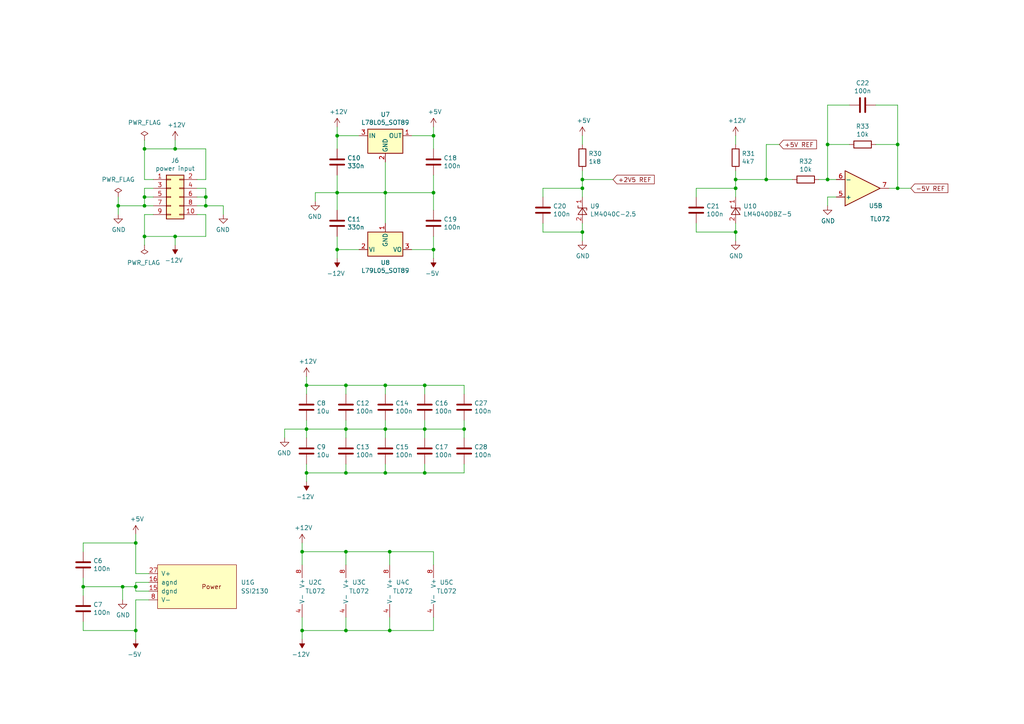
<source format=kicad_sch>
(kicad_sch (version 20211123) (generator eeschema)
  (paper "A4")
  (title_block (title "SSI2130 VCO") (date "2022-06-04") (rev "0") (comment 1 "creativecommons.org/licenses/by/4.0/") (comment 2 "License: CC by 4.0") (comment 3 "Author: Jordan Aceto"))
  (lib_symbols
    (symbol "Amplifier_Operational:TL072" (pin_names (offset 0.127))
      (property "Reference" "U" (at 0 5.08 0))
      (property "Value" "TL072" (at 0 -5.08 0))
      (symbol "TL072_1_1"
        (polyline (pts (xy -5.08 5.08) (xy 5.08 0) (xy -5.08 -5.08) (xy -5.08 5.08)) (stroke (width 0.254)) (fill (type background)))
        (pin output line (at 7.62 0 180) (length 2.54) (name "~") (number "1"))
        (pin input line (at -7.62 -2.54 0) (length 2.54) (name "-") (number "2"))
        (pin input line (at -7.62 2.54 0) (length 2.54) (name "+") (number "3"))
      )
      (symbol "TL072_2_1"
        (polyline (pts (xy -5.08 5.08) (xy 5.08 0) (xy -5.08 -5.08) (xy -5.08 5.08)) (stroke (width 0.254)) (fill (type background)))
        (pin input line (at -7.62 2.54 0) (length 2.54) (name "+") (number "5"))
        (pin input line (at -7.62 -2.54 0) (length 2.54) (name "-") (number "6"))
        (pin output line (at 7.62 0 180) (length 2.54) (name "~") (number "7"))
      )
      (symbol "TL072_3_1"
        (pin power_in line (at -2.54 -7.62 90) (length 3.81) (name "V-") (number "4"))
        (pin power_in line (at -2.54 7.62 270) (length 3.81) (name "V+") (number "8"))
      )
    )
    (symbol "Connector_Generic:Conn_02x05_Odd_Even" (pin_names (offset 1.016) hide)
      (property "Reference" "J" (at 1.27 7.62 0))
      (property "Value" "Conn_02x05_Odd_Even" (at 1.27 -7.62 0))
      (symbol "Conn_02x05_Odd_Even_1_1"
        (rectangle (start -1.27 -4.953) (end 0 -5.207) (stroke (width 0.1524)))
        (rectangle (start -1.27 -2.413) (end 0 -2.667) (stroke (width 0.1524)))
        (rectangle (start -1.27 0.127) (end 0 -0.127) (stroke (width 0.1524)))
        (rectangle (start -1.27 2.667) (end 0 2.413) (stroke (width 0.1524)))
        (rectangle (start -1.27 5.207) (end 0 4.953) (stroke (width 0.1524)))
        (rectangle (start -1.27 6.35) (end 3.81 -6.35) (stroke (width 0.254)) (fill (type background)))
        (rectangle (start 3.81 -4.953) (end 2.54 -5.207) (stroke (width 0.1524)))
        (rectangle (start 3.81 -2.413) (end 2.54 -2.667) (stroke (width 0.1524)))
        (rectangle (start 3.81 0.127) (end 2.54 -0.127) (stroke (width 0.1524)))
        (rectangle (start 3.81 2.667) (end 2.54 2.413) (stroke (width 0.1524)))
        (rectangle (start 3.81 5.207) (end 2.54 4.953) (stroke (width 0.1524)))
        (pin passive line (at -5.08 5.08 0) (length 3.81) (name "Pin_1") (number "1"))
        (pin passive line (at 7.62 -5.08 180) (length 3.81) (name "Pin_10") (number "10"))
        (pin passive line (at 7.62 5.08 180) (length 3.81) (name "Pin_2") (number "2"))
        (pin passive line (at -5.08 2.54 0) (length 3.81) (name "Pin_3") (number "3"))
        (pin passive line (at 7.62 2.54 180) (length 3.81) (name "Pin_4") (number "4"))
        (pin passive line (at -5.08 0 0) (length 3.81) (name "Pin_5") (number "5"))
        (pin passive line (at 7.62 0 180) (length 3.81) (name "Pin_6") (number "6"))
        (pin passive line (at -5.08 -2.54 0) (length 3.81) (name "Pin_7") (number "7"))
        (pin passive line (at 7.62 -2.54 180) (length 3.81) (name "Pin_8") (number "8"))
        (pin passive line (at -5.08 -5.08 0) (length 3.81) (name "Pin_9") (number "9"))
      )
    )
    (symbol "Device:C" (pin_numbers hide) (pin_names (offset 0.254))
      (property "Reference" "C" (at 0.635 2.54 0))
      (property "Value" "C" (at 0.635 -2.54 0))
      (symbol "C_0_1"
        (polyline (pts (xy -2.032 -0.762) (xy 2.032 -0.762)) (stroke (width 0.508)))
        (polyline (pts (xy -2.032 0.762) (xy 2.032 0.762)) (stroke (width 0.508)))
      )
      (symbol "C_1_1"
        (pin passive line (at 0 3.81 270) (length 2.794) (name "~") (number "1"))
        (pin passive line (at 0 -3.81 90) (length 2.794) (name "~") (number "2"))
      )
    )
    (symbol "Device:R" (pin_numbers hide) (pin_names (offset 0))
      (property "Reference" "R" (at 2.032 0 90))
      (property "Value" "R" (at 0 0 90))
      (symbol "R_0_1"
        (rectangle (start -1.016 -2.54) (end 1.016 2.54) (stroke (width 0.254)))
      )
      (symbol "R_1_1"
        (pin passive line (at 0 3.81 270) (length 1.27) (name "~") (number "1"))
        (pin passive line (at 0 -3.81 90) (length 1.27) (name "~") (number "2"))
      )
    )
    (symbol "Reference_Voltage:LM4040DBZ-2.5" (pin_names (offset 0.0254) hide)
      (property "Reference" "U" (at 0 2.54 0))
      (property "Value" "LM4040DBZ-2.5" (at 0 -3.175 0))
      (symbol "LM4040DBZ-2.5_0_1"
        (polyline (pts (xy -1.27 0) (xy 0 0) (xy 1.27 0)))
        (polyline (pts (xy -1.27 -1.27) (xy 0.635 0) (xy -1.27 1.27) (xy -1.27 -1.27)) (stroke (width 0.2032)))
        (polyline (pts (xy 0 -1.27) (xy 0.635 -1.27) (xy 0.635 1.27) (xy 1.27 1.27)) (stroke (width 0.2032)))
      )
      (symbol "LM4040DBZ-2.5_1_1"
        (pin passive line (at 3.81 0 180) (length 2.54) (name "K") (number "1"))
        (pin passive line (at -3.81 0 0) (length 2.54) (name "A") (number "2"))
      )
    )
    (symbol "Reference_Voltage:LM4040DBZ-5" (pin_names (offset 0.0254) hide)
      (property "Reference" "U" (at 0 2.54 0))
      (property "Value" "LM4040DBZ-5" (at 0 -3.175 0))
      (symbol "LM4040DBZ-5_0_1"
        (polyline (pts (xy -1.27 0) (xy 0 0) (xy 1.27 0)))
        (polyline (pts (xy -1.27 -1.27) (xy 0.635 0) (xy -1.27 1.27) (xy -1.27 -1.27)) (stroke (width 0.2032)))
        (polyline (pts (xy 0 -1.27) (xy 0.635 -1.27) (xy 0.635 1.27) (xy 1.27 1.27)) (stroke (width 0.2032)))
      )
      (symbol "LM4040DBZ-5_1_1"
        (pin passive line (at 3.81 0 180) (length 2.54) (name "K") (number "1"))
        (pin passive line (at -3.81 0 0) (length 2.54) (name "A") (number "2"))
      )
    )
    (symbol "Regulator_Linear:L78L05_SOT89" (pin_names (offset 0.254))
      (property "Reference" "U" (at -3.81 3.175 0))
      (property "Value" "L78L05_SOT89" (at -0.635 3.175 0))
      (symbol "L78L05_SOT89_0_1"
        (rectangle (start -5.08 1.905) (end 5.08 -5.08) (stroke (width 0.254)) (fill (type background)))
      )
      (symbol "L78L05_SOT89_1_1"
        (pin power_out line (at 7.62 0 180) (length 2.54) (name "OUT") (number "1"))
        (pin power_in line (at 0 -7.62 90) (length 2.54) (name "GND") (number "2"))
        (pin power_in line (at -7.62 0 0) (length 2.54) (name "IN") (number "3"))
      )
    )
    (symbol "Regulator_Linear:L79L05_SOT89" (pin_names (offset 0.254))
      (property "Reference" "U" (at -3.81 -3.175 0))
      (property "Value" "L79L05_SOT89" (at 0 -3.175 0))
      (symbol "L79L05_SOT89_0_1"
        (rectangle (start -5.08 5.08) (end 5.08 -1.905) (stroke (width 0.254)) (fill (type background)))
      )
      (symbol "L79L05_SOT89_1_1"
        (pin power_in line (at 0 7.62 270) (length 2.54) (name "GND") (number "1"))
        (pin power_in line (at -7.62 0 0) (length 2.54) (name "VI") (number "2"))
        (pin power_out line (at 7.62 0 180) (length 2.54) (name "VO") (number "3"))
      )
    )
    (symbol "custom_symbols:SSI2130" (pin_names (offset 1.016))
      (property "Reference" "U" (at 10.16 -13.97 0))
      (property "Value" "SSI2130" (at 10.16 -16.51 0))
      (symbol "SSI2130_1_0"
        (polyline (pts (xy -16.51 11.43) (xy -16.51 -13.97) (xy 15.24 -13.97) (xy 15.24 11.43) (xy 6.35 11.43) (xy -16.51 11.43)) (fill (type background)))
        (text "Generator" (at 3.81 -8.89 0) (effects (font (size 1.27 1.27)) (justify left)))
        (text "Triangle" (at 3.81 -6.35 0) (effects (font (size 1.27 1.27)) (justify left)))
      )
      (symbol "SSI2130_1_1"
        (pin output line (at 17.78 2.54 180) (length 2.54) (name "tri_out") (number "1"))
        (pin input line (at -19.05 -11.43 0) (length 2.54) (name "tcap") (number "14"))
        (pin input line (at -19.05 -1.27 0) (length 2.54) (name "hard_sync") (number "17"))
        (pin input line (at -19.05 -6.35 0) (length 2.54) (name "time_rev") (number "18"))
        (pin input line (at -19.05 3.81 0) (length 2.54) (name "soft_sync") (number "19"))
        (pin input line (at 0 -16.51 90) (length 2.54) (name "hft_base") (number "20"))
        (pin input line (at -19.05 8.89 0) (length 2.54) (name "lin_freq") (number "21"))
        (pin input line (at 0 13.97 270) (length 2.54) (name "vref") (number "23"))
        (pin output line (at 17.78 -2.54 180) (length 2.54) (name "square_out") (number "28"))
        (pin input line (at -3.81 -16.51 90) (length 2.54) (name "hf_track") (number "6"))
      )
      (symbol "SSI2130_2_1"
        (polyline (pts (xy -11.43 0) (xy -11.43 7.62) (xy 12.7 7.62) (xy 12.7 -8.89) (xy -11.43 -8.89) (xy -11.43 0)) (fill (type background)))
        (text "Saw" (at 1.27 -3.81 0) (effects (font (size 1.27 1.27)) (justify left)))
        (text "Shaper" (at 1.27 -6.35 0) (effects (font (size 1.27 1.27)) (justify left)))
        (pin output line (at 15.24 0 180) (length 2.54) (name "saw_out") (number "29"))
      )
      (symbol "SSI2130_3_1"
        (polyline (pts (xy 12.7 7.62) (xy -11.43 7.62) (xy -11.43 -8.89) (xy 12.7 -8.89) (xy 12.7 7.62)) (fill (type background)))
        (text "Pulse" (at 1.27 -3.81 0) (effects (font (size 1.27 1.27)) (justify left)))
        (text "Shaper" (at 1.27 -6.35 0) (effects (font (size 1.27 1.27)) (justify left)))
        (pin output line (at 15.24 0 180) (length 2.54) (name "pulse_out") (number "30"))
        (pin input line (at -13.97 3.81 0) (length 2.54) (name "pwm_in_-") (number "31"))
        (pin input line (at -13.97 -5.08 0) (length 2.54) (name "pwm_in_+") (number "32"))
      )
      (symbol "SSI2130_4_1"
        (polyline (pts (xy -11.43 6.35) (xy -11.43 -6.35) (xy 11.43 -6.35) (xy 11.43 6.35) (xy -11.43 6.35)) (fill (type background)))
        (text "Analog" (at 1.27 1.27 0) (effects (font (size 1.27 1.27)) (justify left)))
        (text "Multiplier" (at 1.27 -1.27 0) (effects (font (size 1.27 1.27)) (justify left)))
        (pin input line (at -13.97 3.81 0) (length 2.54) (name "expo_scale") (number "22"))
        (pin input line (at -13.97 -3.81 0) (length 2.54) (name "bw_comp") (number "26"))
        (pin input line (at -13.97 0 0) (length 2.54) (name "expo_freq") (number "7"))
      )
      (symbol "SSI2130_5_1"
        (polyline (pts (xy -11.43 7.62) (xy -11.43 -8.89) (xy 12.7 -8.89) (xy 12.7 7.62) (xy -11.43 7.62)) (fill (type background)))
        (text "Shaper" (at 1.27 -6.35 0) (effects (font (size 1.27 1.27)) (justify left)))
        (text "Sine" (at 1.27 -3.81 0) (effects (font (size 1.27 1.27)) (justify left)))
        (pin input line (at -13.97 -5.08 0) (length 2.54) (name "sine_in_+") (number "2"))
        (pin output line (at 15.24 0 180) (length 2.54) (name "sine_out") (number "24"))
        (pin input line (at -13.97 3.81 0) (length 2.54) (name "sine_in_-") (number "3"))
      )
      (symbol "SSI2130_6_1"
        (polyline (pts (xy 11.43 -11.43) (xy -11.43 -11.43) (xy -11.43 10.16) (xy -11.43 17.78) (xy 11.43 17.78) (xy 11.43 -11.43)) (fill (type background)))
        (text "Mixer" (at 3.81 -7.62 0) (effects (font (size 1.27 1.27)) (justify left)))
        (pin input line (at -13.97 -5.08 0) (length 2.54) (name "saw_mix") (number "10"))
        (pin input line (at -13.97 -1.27 0) (length 2.54) (name "pulse_mix") (number "11"))
        (pin input line (at -13.97 6.35 0) (length 2.54) (name "aux_1_mix") (number "12"))
        (pin input line (at -13.97 2.54 0) (length 2.54) (name "aux_2_mix") (number "13"))
        (pin output line (at 13.97 3.81 180) (length 2.54) (name "mix_out") (number "25"))
        (pin input line (at -13.97 15.24 0) (length 2.54) (name "aux_in_1") (number "4"))
        (pin input line (at -13.97 11.43 0) (length 2.54) (name "aux_in_2") (number "5"))
        (pin input line (at -13.97 -8.89 0) (length 2.54) (name "tri_mix") (number "9"))
      )
      (symbol "SSI2130_7_1"
        (polyline (pts (xy -11.43 6.35) (xy -11.43 -6.35) (xy 11.43 -6.35) (xy 11.43 6.35) (xy -11.43 6.35)) (fill (type background)))
        (text "Power" (at 1.27 0 0) (effects (font (size 1.27 1.27)) (justify left)))
        (pin power_in line (at -13.97 -1.27 0) (length 2.54) (name "dgnd") (number "15"))
        (pin power_in line (at -13.97 1.27 0) (length 2.54) (name "agnd") (number "16"))
        (pin power_in line (at -13.97 3.81 0) (length 2.54) (name "V+") (number "27"))
        (pin power_in line (at -13.97 -3.81 0) (length 2.54) (name "V-") (number "8"))
      )
    )
    (symbol "power:+12V" (power) (pin_names (offset 0))
      (property "Value" "+12V" (at 0 3.556 0))
      (symbol "+12V_0_1"
        (polyline (pts (xy -0.762 1.27) (xy 0 2.54)))
        (polyline (pts (xy 0 0) (xy 0 2.54)))
        (polyline (pts (xy 0 2.54) (xy 0.762 1.27)))
      )
      (symbol "+12V_1_1"
        (pin power_in line (at 0 0 90) (length 0) hide (name "+12V") (number "1"))
      )
    )
    (symbol "power:+5V" (power) (pin_names (offset 0))
      (property "Value" "+5V" (at 0 3.556 0))
      (symbol "+5V_0_1"
        (polyline (pts (xy -0.762 1.27) (xy 0 2.54)))
        (polyline (pts (xy 0 0) (xy 0 2.54)))
        (polyline (pts (xy 0 2.54) (xy 0.762 1.27)))
      )
      (symbol "+5V_1_1"
        (pin power_in line (at 0 0 90) (length 0) hide (name "+5V") (number "1"))
      )
    )
    (symbol "power:-12V" (power) (pin_names (offset 0))
      (property "Value" "-12V" (at 0 3.81 0))
      (symbol "-12V_0_0"
        (pin power_in line (at 0 0 90) (length 0) hide (name "-12V") (number "1"))
      )
      (symbol "-12V_0_1"
        (polyline (pts (xy 0 0) (xy 0 1.27) (xy 0.762 1.27) (xy 0 2.54) (xy -0.762 1.27) (xy 0 1.27)) (fill (type outline)))
      )
    )
    (symbol "power:-5V" (power) (pin_names (offset 0))
      (property "Value" "-5V" (at 0 3.81 0))
      (symbol "-5V_0_0"
        (pin power_in line (at 0 0 90) (length 0) hide (name "-5V") (number "1"))
      )
      (symbol "-5V_0_1"
        (polyline (pts (xy 0 0) (xy 0 1.27) (xy 0.762 1.27) (xy 0 2.54) (xy -0.762 1.27) (xy 0 1.27)) (fill (type outline)))
      )
    )
    (symbol "power:GND" (power) (pin_names (offset 0))
      (property "Value" "GND" (at 0 -3.81 0))
      (symbol "GND_0_1"
        (polyline (pts (xy 0 0) (xy 0 -1.27) (xy 1.27 -1.27) (xy 0 -2.54) (xy -1.27 -1.27) (xy 0 -1.27)))
      )
      (symbol "GND_1_1"
        (pin power_in line (at 0 0 270) (length 0) hide (name "GND") (number "1"))
      )
    )
    (symbol "power:PWR_FLAG" (power) (pin_numbers hide) (pin_names (offset 0) hide)
      (property "Value" "PWR_FLAG" (at 0 3.81 0))
      (symbol "PWR_FLAG_0_0"
        (pin power_out line (at 0 0 90) (length 0) (name "pwr") (number "1"))
      )
      (symbol "PWR_FLAG_0_1"
        (polyline (pts (xy 0 0) (xy 0 1.27) (xy -1.016 1.905) (xy 0 2.54) (xy 1.016 1.905) (xy 0 1.27)))
      )
    )
  )
  (junction (at 168.91 54.61))
  (junction (at 125.73 39.37))
  (junction (at 113.03 160.02))
  (junction (at 97.79 72.39))
  (junction (at 41.91 68.58))
  (junction (at 125.73 72.39))
  (junction (at 41.91 59.69))
  (junction (at 97.79 55.88))
  (junction (at 24.13 170.18))
  (junction (at 35.56 170.18))
  (junction (at 168.91 52.07))
  (junction (at 213.36 52.07))
  (junction (at 100.33 111.76))
  (junction (at 39.37 182.88))
  (junction (at 123.19 111.76))
  (junction (at 100.33 124.46))
  (junction (at 100.33 137.16))
  (junction (at 88.9 111.76))
  (junction (at 50.8 68.58))
  (junction (at 213.36 67.31))
  (junction (at 123.19 124.46))
  (junction (at 50.8 43.18))
  (junction (at 41.91 57.15))
  (junction (at 260.35 54.61))
  (junction (at 240.03 52.07))
  (junction (at 87.63 182.88))
  (junction (at 240.03 41.91))
  (junction (at 100.33 160.02))
  (junction (at 88.9 137.16))
  (junction (at 100.33 182.88))
  (junction (at 88.9 124.46))
  (junction (at 125.73 55.88))
  (junction (at 41.91 43.18))
  (junction (at 39.37 170.18))
  (junction (at 113.03 182.88))
  (junction (at 222.25 52.07))
  (junction (at 39.37 157.48))
  (junction (at 87.63 160.02))
  (junction (at 168.91 67.31))
  (junction (at 134.62 124.46))
  (junction (at 111.76 124.46))
  (junction (at 59.69 57.15))
  (junction (at 111.76 137.16))
  (junction (at 111.76 55.88))
  (junction (at 34.29 59.69))
  (junction (at 123.19 137.16))
  (junction (at 97.79 39.37))
  (junction (at 59.69 59.69))
  (junction (at 111.76 111.76))
  (junction (at 260.35 41.91))
  (junction (at 213.36 54.61))
  (wire (pts (xy 59.69 59.69) (xy 59.69 57.15)))
  (wire (pts (xy 82.55 124.46) (xy 88.9 124.46)))
  (wire (pts (xy 222.25 52.07) (xy 229.87 52.07)))
  (wire (pts (xy 88.9 134.62) (xy 88.9 137.16)))
  (wire (pts (xy 246.38 41.91) (xy 240.03 41.91)))
  (wire (pts (xy 123.19 114.3) (xy 123.19 111.76)))
  (wire (pts (xy 254 41.91) (xy 260.35 41.91)))
  (wire (pts (xy 125.73 68.58) (xy 125.73 72.39)))
  (wire (pts (xy 41.91 40.64) (xy 41.91 43.18)))
  (wire (pts (xy 87.63 182.88) (xy 87.63 179.07)))
  (wire (pts (xy 24.13 180.34) (xy 24.13 182.88)))
  (wire (pts (xy 39.37 170.18) (xy 39.37 168.91)))
  (wire (pts (xy 100.33 182.88) (xy 87.63 182.88)))
  (wire (pts (xy 201.93 54.61) (xy 213.36 54.61)))
  (wire (pts (xy 100.33 121.92) (xy 100.33 124.46)))
  (wire (pts (xy 201.93 67.31) (xy 213.36 67.31)))
  (wire (pts (xy 123.19 137.16) (xy 134.62 137.16)))
  (wire (pts (xy 111.76 114.3) (xy 111.76 111.76)))
  (wire (pts (xy 168.91 69.85) (xy 168.91 67.31)))
  (wire (pts (xy 44.45 52.07) (xy 41.91 52.07)))
  (wire (pts (xy 97.79 36.83) (xy 97.79 39.37)))
  (wire (pts (xy 125.73 39.37) (xy 125.73 43.18)))
  (wire (pts (xy 213.36 64.77) (xy 213.36 67.31)))
  (wire (pts (xy 59.69 43.18) (xy 59.69 52.07)))
  (wire (pts (xy 111.76 64.77) (xy 111.76 55.88)))
  (wire (pts (xy 240.03 30.48) (xy 246.38 30.48)))
  (wire (pts (xy 168.91 67.31) (xy 168.91 64.77)))
  (wire (pts (xy 240.03 41.91) (xy 240.03 30.48)))
  (wire (pts (xy 260.35 30.48) (xy 260.35 41.91)))
  (wire (pts (xy 134.62 124.46) (xy 134.62 121.92)))
  (wire (pts (xy 125.73 160.02) (xy 125.73 163.83)))
  (wire (pts (xy 88.9 114.3) (xy 88.9 111.76)))
  (wire (pts (xy 111.76 134.62) (xy 111.76 137.16)))
  (wire (pts (xy 39.37 166.37) (xy 43.18 166.37)))
  (wire (pts (xy 260.35 30.48) (xy 254 30.48)))
  (wire (pts (xy 157.48 54.61) (xy 168.91 54.61)))
  (wire (pts (xy 24.13 167.64) (xy 24.13 170.18)))
  (wire (pts (xy 157.48 57.15) (xy 157.48 54.61)))
  (wire (pts (xy 168.91 57.15) (xy 168.91 54.61)))
  (wire (pts (xy 157.48 67.31) (xy 168.91 67.31)))
  (wire (pts (xy 134.62 127) (xy 134.62 124.46)))
  (wire (pts (xy 113.03 182.88) (xy 100.33 182.88)))
  (wire (pts (xy 97.79 72.39) (xy 97.79 68.58)))
  (wire (pts (xy 111.76 46.99) (xy 111.76 55.88)))
  (wire (pts (xy 82.55 127) (xy 82.55 124.46)))
  (wire (pts (xy 222.25 41.91) (xy 222.25 52.07)))
  (wire (pts (xy 260.35 41.91) (xy 260.35 54.61)))
  (wire (pts (xy 100.33 163.83) (xy 100.33 160.02)))
  (wire (pts (xy 41.91 68.58) (xy 41.91 62.23)))
  (wire (pts (xy 87.63 185.42) (xy 87.63 182.88)))
  (wire (pts (xy 88.9 139.7) (xy 88.9 137.16)))
  (wire (pts (xy 24.13 157.48) (xy 39.37 157.48)))
  (wire (pts (xy 88.9 124.46) (xy 88.9 127)))
  (wire (pts (xy 24.13 170.18) (xy 24.13 172.72)))
  (wire (pts (xy 34.29 62.23) (xy 34.29 59.69)))
  (wire (pts (xy 104.14 39.37) (xy 97.79 39.37)))
  (wire (pts (xy 119.38 72.39) (xy 125.73 72.39)))
  (wire (pts (xy 64.77 62.23) (xy 64.77 59.69)))
  (wire (pts (xy 41.91 54.61) (xy 44.45 54.61)))
  (wire (pts (xy 213.36 67.31) (xy 213.36 69.85)))
  (wire (pts (xy 57.15 59.69) (xy 59.69 59.69)))
  (wire (pts (xy 134.62 114.3) (xy 134.62 111.76)))
  (wire (pts (xy 100.33 124.46) (xy 111.76 124.46)))
  (wire (pts (xy 39.37 182.88) (xy 39.37 173.99)))
  (wire (pts (xy 39.37 185.42) (xy 39.37 182.88)))
  (wire (pts (xy 41.91 59.69) (xy 41.91 57.15)))
  (wire (pts (xy 64.77 59.69) (xy 59.69 59.69)))
  (wire (pts (xy 100.33 114.3) (xy 100.33 111.76)))
  (wire (pts (xy 88.9 137.16) (xy 100.33 137.16)))
  (wire (pts (xy 87.63 160.02) (xy 100.33 160.02)))
  (wire (pts (xy 240.03 57.15) (xy 242.57 57.15)))
  (wire (pts (xy 44.45 57.15) (xy 41.91 57.15)))
  (wire (pts (xy 34.29 59.69) (xy 41.91 59.69)))
  (wire (pts (xy 213.36 54.61) (xy 213.36 52.07)))
  (wire (pts (xy 125.73 60.96) (xy 125.73 55.88)))
  (wire (pts (xy 168.91 52.07) (xy 168.91 49.53)))
  (wire (pts (xy 125.73 39.37) (xy 119.38 39.37)))
  (wire (pts (xy 168.91 52.07) (xy 177.8 52.07)))
  (wire (pts (xy 50.8 40.64) (xy 50.8 43.18)))
  (wire (pts (xy 242.57 52.07) (xy 240.03 52.07)))
  (wire (pts (xy 113.03 160.02) (xy 125.73 160.02)))
  (wire (pts (xy 226.06 41.91) (xy 222.25 41.91)))
  (wire (pts (xy 125.73 182.88) (xy 113.03 182.88)))
  (wire (pts (xy 213.36 52.07) (xy 213.36 49.53)))
  (wire (pts (xy 113.03 179.07) (xy 113.03 182.88)))
  (wire (pts (xy 123.19 124.46) (xy 134.62 124.46)))
  (wire (pts (xy 125.73 179.07) (xy 125.73 182.88)))
  (wire (pts (xy 100.33 179.07) (xy 100.33 182.88)))
  (wire (pts (xy 41.91 57.15) (xy 41.91 54.61)))
  (wire (pts (xy 134.62 137.16) (xy 134.62 134.62)))
  (wire (pts (xy 201.93 64.77) (xy 201.93 67.31)))
  (wire (pts (xy 43.18 171.45) (xy 39.37 171.45)))
  (wire (pts (xy 123.19 124.46) (xy 123.19 121.92)))
  (wire (pts (xy 50.8 68.58) (xy 41.91 68.58)))
  (wire (pts (xy 240.03 52.07) (xy 237.49 52.07)))
  (wire (pts (xy 100.33 111.76) (xy 111.76 111.76)))
  (wire (pts (xy 97.79 74.93) (xy 97.79 72.39)))
  (wire (pts (xy 104.14 72.39) (xy 97.79 72.39)))
  (wire (pts (xy 100.33 137.16) (xy 111.76 137.16)))
  (wire (pts (xy 240.03 59.69) (xy 240.03 57.15)))
  (wire (pts (xy 41.91 71.12) (xy 41.91 68.58)))
  (wire (pts (xy 59.69 57.15) (xy 59.69 54.61)))
  (wire (pts (xy 24.13 182.88) (xy 39.37 182.88)))
  (wire (pts (xy 57.15 62.23) (xy 59.69 62.23)))
  (wire (pts (xy 111.76 124.46) (xy 111.76 127)))
  (wire (pts (xy 97.79 39.37) (xy 97.79 43.18)))
  (wire (pts (xy 39.37 170.18) (xy 35.56 170.18)))
  (wire (pts (xy 88.9 109.22) (xy 88.9 111.76)))
  (wire (pts (xy 39.37 171.45) (xy 39.37 170.18)))
  (wire (pts (xy 39.37 168.91) (xy 43.18 168.91)))
  (wire (pts (xy 41.91 43.18) (xy 50.8 43.18)))
  (wire (pts (xy 97.79 55.88) (xy 111.76 55.88)))
  (wire (pts (xy 123.19 127) (xy 123.19 124.46)))
  (wire (pts (xy 91.44 58.42) (xy 91.44 55.88)))
  (wire (pts (xy 100.33 160.02) (xy 113.03 160.02)))
  (wire (pts (xy 41.91 62.23) (xy 44.45 62.23)))
  (wire (pts (xy 87.63 163.83) (xy 87.63 160.02)))
  (wire (pts (xy 111.76 124.46) (xy 123.19 124.46)))
  (wire (pts (xy 123.19 137.16) (xy 123.19 134.62)))
  (wire (pts (xy 88.9 121.92) (xy 88.9 124.46)))
  (wire (pts (xy 111.76 111.76) (xy 123.19 111.76)))
  (wire (pts (xy 35.56 170.18) (xy 24.13 170.18)))
  (wire (pts (xy 87.63 157.48) (xy 87.63 160.02)))
  (wire (pts (xy 57.15 57.15) (xy 59.69 57.15)))
  (wire (pts (xy 113.03 163.83) (xy 113.03 160.02)))
  (wire (pts (xy 168.91 39.37) (xy 168.91 41.91)))
  (wire (pts (xy 213.36 41.91) (xy 213.36 39.37)))
  (wire (pts (xy 123.19 111.76) (xy 134.62 111.76)))
  (wire (pts (xy 35.56 170.18) (xy 35.56 173.99)))
  (wire (pts (xy 44.45 59.69) (xy 41.91 59.69)))
  (wire (pts (xy 59.69 62.23) (xy 59.69 68.58)))
  (wire (pts (xy 88.9 124.46) (xy 100.33 124.46)))
  (wire (pts (xy 111.76 124.46) (xy 111.76 121.92)))
  (wire (pts (xy 88.9 111.76) (xy 100.33 111.76)))
  (wire (pts (xy 125.73 74.93) (xy 125.73 72.39)))
  (wire (pts (xy 91.44 55.88) (xy 97.79 55.88)))
  (wire (pts (xy 59.69 54.61) (xy 57.15 54.61)))
  (wire (pts (xy 240.03 52.07) (xy 240.03 41.91)))
  (wire (pts (xy 260.35 54.61) (xy 264.16 54.61)))
  (wire (pts (xy 50.8 71.12) (xy 50.8 68.58)))
  (wire (pts (xy 97.79 55.88) (xy 97.79 60.96)))
  (wire (pts (xy 34.29 57.15) (xy 34.29 59.69)))
  (wire (pts (xy 125.73 55.88) (xy 125.73 50.8)))
  (wire (pts (xy 168.91 54.61) (xy 168.91 52.07)))
  (wire (pts (xy 213.36 52.07) (xy 222.25 52.07)))
  (wire (pts (xy 125.73 36.83) (xy 125.73 39.37)))
  (wire (pts (xy 39.37 173.99) (xy 43.18 173.99)))
  (wire (pts (xy 59.69 52.07) (xy 57.15 52.07)))
  (wire (pts (xy 111.76 55.88) (xy 125.73 55.88)))
  (wire (pts (xy 100.33 124.46) (xy 100.33 127)))
  (wire (pts (xy 257.81 54.61) (xy 260.35 54.61)))
  (wire (pts (xy 213.36 57.15) (xy 213.36 54.61)))
  (wire (pts (xy 39.37 157.48) (xy 39.37 166.37)))
  (wire (pts (xy 111.76 137.16) (xy 123.19 137.16)))
  (wire (pts (xy 157.48 64.77) (xy 157.48 67.31)))
  (wire (pts (xy 39.37 154.94) (xy 39.37 157.48)))
  (wire (pts (xy 59.69 68.58) (xy 50.8 68.58)))
  (wire (pts (xy 201.93 57.15) (xy 201.93 54.61)))
  (wire (pts (xy 100.33 134.62) (xy 100.33 137.16)))
  (wire (pts (xy 50.8 43.18) (xy 59.69 43.18)))
  (wire (pts (xy 24.13 160.02) (xy 24.13 157.48)))
  (wire (pts (xy 41.91 52.07) (xy 41.91 43.18)))
  (wire (pts (xy 97.79 50.8) (xy 97.79 55.88)))
  (global_label "+5V REF" (shape input) (at 226.06 41.91 0) (property "Intersheet References" "${INTERSHEET_REFS}" (effects hide)))
  (global_label "-5V REF" (shape input) (at 264.16 54.61 0) (property "Intersheet References" "${INTERSHEET_REFS}" (effects hide)))
  (global_label "+2V5 REF" (shape input) (at 177.8 52.07 0) (property "Intersheet References" "${INTERSHEET_REFS}" (effects hide)))
  (symbol (lib_id "Device:C") (at 125.73 46.99 0) (unit 1)
    (property "Reference" "C18" (at 128.651 45.8216 0) (effects (justify left)))
    (property "Value" "100n" (at 128.651 48.133 0) (effects (justify left)))
    (property "Footprint" "Capacitor_SMD:C_0805_2012Metric" (effects hide))
  )
  (symbol (lib_id "Device:C") (at 201.93 60.96 0) (unit 1)
    (property "Reference" "C21" (at 204.851 59.7916 0) (effects (justify left)))
    (property "Value" "100n" (at 204.851 62.103 0) (effects (justify left)))
    (property "Footprint" "Capacitor_SMD:C_0805_2012Metric" (effects hide))
  )
  (symbol (lib_id "Amplifier_Operational:TL072") (at 250.19 54.61 0) (mirror x) (unit 2)
    (property "Reference" "U5" (at 254 59.69 0))
    (property "Value" "TL072" (at 255.27 63.5 0))
    (property "Footprint" "Package_SO:SOIC-8_3.9x4.9mm_P1.27mm" (effects hide))
    (property "Datasheet" "http://www.ti.com/lit/ds/symlink/tl071.pdf" (effects hide))
  )
  (symbol (lib_id "Device:R") (at 250.19 41.91 270) (unit 1)
    (property "Reference" "R33" (at 250.19 36.6522 90))
    (property "Value" "10k" (at 250.19 38.9636 90))
    (property "Footprint" "Resistor_SMD:R_0805_2012Metric" (effects hide))
  )
  (symbol (lib_id "Device:R") (at 233.68 52.07 270) (unit 1)
    (property "Reference" "R32" (at 233.68 46.8122 90))
    (property "Value" "10k" (at 233.68 49.1236 90))
    (property "Footprint" "Resistor_SMD:R_0805_2012Metric" (effects hide))
  )
  (symbol (lib_id "Device:C") (at 250.19 30.48 270) (unit 1)
    (property "Reference" "C22" (at 250.19 24.0792 90))
    (property "Value" "100n" (at 250.19 26.3906 90))
    (property "Footprint" "Capacitor_SMD:C_0805_2012Metric" (effects hide))
  )
  (symbol (lib_id "Device:C") (at 134.62 118.11 0) (unit 1)
    (property "Reference" "C27" (at 137.541 116.9416 0) (effects (justify left)))
    (property "Value" "100n" (at 137.541 119.253 0) (effects (justify left)))
    (property "Footprint" "Capacitor_SMD:C_0805_2012Metric" (effects hide))
  )
  (symbol (lib_id "Device:C") (at 134.62 130.81 0) (unit 1)
    (property "Reference" "C28" (at 137.541 129.6416 0) (effects (justify left)))
    (property "Value" "100n" (at 137.541 131.953 0) (effects (justify left)))
    (property "Footprint" "Capacitor_SMD:C_0805_2012Metric" (effects hide))
  )
  (symbol (lib_id "power:GND") (at 240.03 59.69 0) (unit 1)
    (property "Reference" "#PWR052" (effects hide))
    (property "Value" "GND" (at 240.157 64.0842 0))
  )
  (symbol (lib_id "Amplifier_Operational:TL072") (at 85.09 171.45 0) (mirror y) (unit 3)
    (property "Reference" "U2" (at 91.44 168.91 0))
    (property "Value" "TL072" (at 91.44 171.45 0))
    (property "Footprint" "Package_SO:SOIC-8_3.9x4.9mm_P1.27mm" (effects hide))
    (property "Datasheet" "http://www.ti.com/lit/ds/symlink/tl071.pdf" (effects hide))
  )
  (symbol (lib_id "power:-12V") (at 87.63 185.42 180) (unit 1)
    (property "Reference" "#PWR038" (effects hide))
    (property "Value" "-12V" (at 87.249 189.8142 0))
  )
  (symbol (lib_id "power:+12V") (at 87.63 157.48 0) (unit 1)
    (property "Reference" "#PWR037" (effects hide))
    (property "Value" "+12V" (at 88.011 153.0858 0))
  )
  (symbol (lib_id "Amplifier_Operational:TL072") (at 97.79 171.45 0) (mirror y) (unit 3)
    (property "Reference" "U3" (at 104.14 168.91 0))
    (property "Value" "TL072" (at 104.14 171.45 0))
    (property "Footprint" "Package_SO:SOIC-8_3.9x4.9mm_P1.27mm" (effects hide))
    (property "Datasheet" "http://www.ti.com/lit/ds/symlink/tl071.pdf" (effects hide))
  )
  (symbol (lib_id "Amplifier_Operational:TL072") (at 110.49 171.45 0) (mirror y) (unit 3)
    (property "Reference" "U4" (at 116.84 168.91 0))
    (property "Value" "TL072" (at 116.84 171.45 0))
    (property "Footprint" "Package_SO:SOIC-8_3.9x4.9mm_P1.27mm" (effects hide))
    (property "Datasheet" "http://www.ti.com/lit/ds/symlink/tl071.pdf" (effects hide))
  )
  (symbol (lib_id "Amplifier_Operational:TL072") (at 123.19 171.45 0) (mirror y) (unit 3)
    (property "Reference" "U5" (at 129.54 168.91 0))
    (property "Value" "TL072" (at 129.54 171.45 0))
    (property "Footprint" "Package_SO:SOIC-8_3.9x4.9mm_P1.27mm" (effects hide))
    (property "Datasheet" "http://www.ti.com/lit/ds/symlink/tl071.pdf" (effects hide))
  )
  (symbol (lib_id "power:+5V") (at 39.37 154.94 0) (unit 1)
    (property "Reference" "#PWR031" (effects hide))
    (property "Value" "+5V" (at 39.751 150.5458 0))
  )
  (symbol (lib_id "Device:C") (at 24.13 176.53 0) (unit 1)
    (property "Reference" "C7" (at 27.051 175.3616 0) (effects (justify left)))
    (property "Value" "100n" (at 27.051 177.673 0) (effects (justify left)))
    (property "Footprint" "Capacitor_SMD:C_0805_2012Metric" (effects hide))
  )
  (symbol (lib_id "Device:C") (at 24.13 163.83 0) (unit 1)
    (property "Reference" "C6" (at 27.051 162.6616 0) (effects (justify left)))
    (property "Value" "100n" (at 27.051 164.973 0) (effects (justify left)))
    (property "Footprint" "Capacitor_SMD:C_0805_2012Metric" (effects hide))
  )
  (symbol (lib_id "power:GND") (at 35.56 173.99 0) (unit 1)
    (property "Reference" "#PWR030" (effects hide))
    (property "Value" "GND" (at 35.687 178.3842 0))
  )
  (symbol (lib_id "power:-5V") (at 39.37 185.42 180) (unit 1)
    (property "Reference" "#PWR032" (effects hide))
    (property "Value" "-5V" (at 38.989 189.8142 0))
  )
  (symbol (lib_id "Device:C") (at 88.9 118.11 0) (unit 1)
    (property "Reference" "C8" (at 91.821 116.9416 0) (effects (justify left)))
    (property "Value" "10u" (at 91.821 119.253 0) (effects (justify left)))
    (property "Footprint" "Capacitor_SMD:C_0805_2012Metric" (effects hide))
  )
  (symbol (lib_id "Device:C") (at 88.9 130.81 0) (unit 1)
    (property "Reference" "C9" (at 91.821 129.6416 0) (effects (justify left)))
    (property "Value" "10u" (at 91.821 131.953 0) (effects (justify left)))
    (property "Footprint" "Capacitor_SMD:C_0805_2012Metric" (effects hide))
  )
  (symbol (lib_id "power:+12V") (at 88.9 109.22 0) (unit 1)
    (property "Reference" "#PWR039" (effects hide))
    (property "Value" "+12V" (at 89.281 104.8258 0))
  )
  (symbol (lib_id "power:-12V") (at 88.9 139.7 180) (unit 1)
    (property "Reference" "#PWR040" (effects hide))
    (property "Value" "-12V" (at 88.519 144.0942 0))
  )
  (symbol (lib_id "power:GND") (at 82.55 127 0) (mirror y) (unit 1)
    (property "Reference" "#PWR036" (effects hide))
    (property "Value" "GND" (at 82.423 131.3942 0))
  )
  (symbol (lib_id "Device:C") (at 100.33 118.11 0) (unit 1)
    (property "Reference" "C12" (at 103.251 116.9416 0) (effects (justify left)))
    (property "Value" "100n" (at 103.251 119.253 0) (effects (justify left)))
    (property "Footprint" "Capacitor_SMD:C_0805_2012Metric" (effects hide))
  )
  (symbol (lib_id "Device:C") (at 100.33 130.81 0) (unit 1)
    (property "Reference" "C13" (at 103.251 129.6416 0) (effects (justify left)))
    (property "Value" "100n" (at 103.251 131.953 0) (effects (justify left)))
    (property "Footprint" "Capacitor_SMD:C_0805_2012Metric" (effects hide))
  )
  (symbol (lib_id "Device:C") (at 111.76 130.81 0) (unit 1)
    (property "Reference" "C15" (at 114.681 129.6416 0) (effects (justify left)))
    (property "Value" "100n" (at 114.681 131.953 0) (effects (justify left)))
    (property "Footprint" "Capacitor_SMD:C_0805_2012Metric" (effects hide))
  )
  (symbol (lib_id "Device:C") (at 111.76 118.11 0) (unit 1)
    (property "Reference" "C14" (at 114.681 116.9416 0) (effects (justify left)))
    (property "Value" "100n" (at 114.681 119.253 0) (effects (justify left)))
    (property "Footprint" "Capacitor_SMD:C_0805_2012Metric" (effects hide))
  )
  (symbol (lib_id "Device:C") (at 123.19 118.11 0) (unit 1)
    (property "Reference" "C16" (at 126.111 116.9416 0) (effects (justify left)))
    (property "Value" "100n" (at 126.111 119.253 0) (effects (justify left)))
    (property "Footprint" "Capacitor_SMD:C_0805_2012Metric" (effects hide))
  )
  (symbol (lib_id "Device:C") (at 123.19 130.81 0) (unit 1)
    (property "Reference" "C17" (at 126.111 129.6416 0) (effects (justify left)))
    (property "Value" "100n" (at 126.111 131.953 0) (effects (justify left)))
    (property "Footprint" "Capacitor_SMD:C_0805_2012Metric" (effects hide))
  )
  (symbol (lib_id "Connector_Generic:Conn_02x05_Odd_Even") (at 49.53 57.15 0) (unit 1)
    (property "Reference" "J6" (at 50.8 46.5582 0))
    (property "Value" "power input" (at 50.8 48.8696 0))
    (property "Footprint" "Connector_PinHeader_2.54mm:PinHeader_2x05_P2.54mm_Vertical" (effects hide))
  )
  (symbol (lib_id "Regulator_Linear:L78L05_SOT89") (at 111.76 39.37 0) (unit 1)
    (property "Reference" "U7" (at 111.76 33.2232 0))
    (property "Value" "L78L05_SOT89" (at 111.76 35.5346 0))
    (property "Footprint" "Package_TO_SOT_SMD:SOT-89-3" (effects hide))
    (property "Datasheet" "http://www.st.com/content/ccc/resource/technical/document/datasheet/15/55/e5/aa/23/5b/43/fd/CD00000446.pdf/files/CD00000446.pdf/jcr:content/translations/en.CD00000446.pdf" (effects hide))
  )
  (symbol (lib_id "Regulator_Linear:L79L05_SOT89") (at 111.76 72.39 0) (unit 1)
    (property "Reference" "U8" (at 111.76 76.1746 0))
    (property "Value" "L79L05_SOT89" (at 111.76 78.486 0))
    (property "Footprint" "Package_TO_SOT_SMD:SOT-89-3" (effects hide))
    (property "Datasheet" "http://www.farnell.com/datasheets/1827870.pdf" (effects hide))
  )
  (symbol (lib_id "power:+12V") (at 50.8 40.64 0) (unit 1)
    (property "Reference" "#PWR033" (effects hide))
    (property "Value" "+12V" (at 51.181 36.2458 0))
  )
  (symbol (lib_id "power:-12V") (at 50.8 71.12 180) (unit 1)
    (property "Reference" "#PWR034" (effects hide))
    (property "Value" "-12V" (at 50.419 75.5142 0))
  )
  (symbol (lib_id "power:GND") (at 34.29 62.23 0) (unit 1)
    (property "Reference" "#PWR029" (effects hide))
    (property "Value" "GND" (at 34.417 66.6242 0))
  )
  (symbol (lib_id "power:GND") (at 64.77 62.23 0) (mirror y) (unit 1)
    (property "Reference" "#PWR035" (effects hide))
    (property "Value" "GND" (at 64.643 66.6242 0))
  )
  (symbol (lib_id "Device:C") (at 157.48 60.96 0) (unit 1)
    (property "Reference" "C20" (at 160.401 59.7916 0) (effects (justify left)))
    (property "Value" "100n" (at 160.401 62.103 0) (effects (justify left)))
    (property "Footprint" "Capacitor_SMD:C_0805_2012Metric" (effects hide))
  )
  (symbol (lib_id "Device:C") (at 97.79 46.99 0) (unit 1)
    (property "Reference" "C10" (at 100.711 45.8216 0) (effects (justify left)))
    (property "Value" "330n" (at 100.711 48.133 0) (effects (justify left)))
    (property "Footprint" "Capacitor_SMD:C_0805_2012Metric" (effects hide))
  )
  (symbol (lib_id "Device:C") (at 125.73 64.77 0) (unit 1)
    (property "Reference" "C19" (at 128.651 63.6016 0) (effects (justify left)))
    (property "Value" "100n" (at 128.651 65.913 0) (effects (justify left)))
    (property "Footprint" "Capacitor_SMD:C_0805_2012Metric" (effects hide))
  )
  (symbol (lib_id "Device:C") (at 97.79 64.77 0) (unit 1)
    (property "Reference" "C11" (at 100.711 63.6016 0) (effects (justify left)))
    (property "Value" "330n" (at 100.711 65.913 0) (effects (justify left)))
    (property "Footprint" "Capacitor_SMD:C_0805_2012Metric" (effects hide))
  )
  (symbol (lib_id "Reference_Voltage:LM4040DBZ-2.5") (at 168.91 60.96 90) (unit 1)
    (property "Reference" "U9" (at 171.1452 59.7916 90) (effects (justify right)))
    (property "Value" "LM4040C-2.5" (at 171.1452 62.103 90) (effects (justify right)))
    (property "Footprint" "Package_TO_SOT_SMD:SOT-23" (effects hide))
    (property "Datasheet" "http://www.ti.com/lit/ds/symlink/lm4040-n.pdf" (effects hide))
  )
  (symbol (lib_id "Device:R") (at 168.91 45.72 0) (unit 1)
    (property "Reference" "R30" (at 170.688 44.5516 0) (effects (justify left)))
    (property "Value" "1k8" (at 170.688 46.863 0) (effects (justify left)))
    (property "Footprint" "Resistor_SMD:R_0805_2012Metric" (effects hide))
  )
  (symbol (lib_id "power:GND") (at 168.91 69.85 0) (unit 1)
    (property "Reference" "#PWR047" (effects hide))
    (property "Value" "GND" (at 169.037 74.2442 0))
  )
  (symbol (lib_id "power:+12V") (at 97.79 36.83 0) (unit 1)
    (property "Reference" "#PWR042" (effects hide))
    (property "Value" "+12V" (at 98.171 32.4358 0))
  )
  (symbol (lib_id "power:-12V") (at 97.79 74.93 180) (unit 1)
    (property "Reference" "#PWR043" (effects hide))
    (property "Value" "-12V" (at 97.409 79.3242 0))
  )
  (symbol (lib_id "power:GND") (at 91.44 58.42 0) (mirror y) (unit 1)
    (property "Reference" "#PWR041" (effects hide))
    (property "Value" "GND" (at 91.313 62.8142 0))
  )
  (symbol (lib_id "power:+5V") (at 125.73 36.83 0) (unit 1)
    (property "Reference" "#PWR044" (effects hide))
    (property "Value" "+5V" (at 126.111 32.4358 0))
  )
  (symbol (lib_id "power:-5V") (at 125.73 74.93 180) (unit 1)
    (property "Reference" "#PWR045" (effects hide))
    (property "Value" "-5V" (at 125.349 79.3242 0))
  )
  (symbol (lib_id "power:+5V") (at 168.91 39.37 0) (unit 1)
    (property "Reference" "#PWR046" (effects hide))
    (property "Value" "+5V" (at 169.291 34.9758 0))
  )
  (symbol (lib_id "Reference_Voltage:LM4040DBZ-5") (at 213.36 60.96 90) (unit 1)
    (property "Reference" "U10" (at 215.5952 59.7916 90) (effects (justify right)))
    (property "Value" "LM4040DBZ-5" (at 215.5952 62.103 90) (effects (justify right)))
    (property "Footprint" "Package_TO_SOT_SMD:SOT-23" (effects hide))
    (property "Datasheet" "http://www.ti.com/lit/ds/symlink/lm4040-n.pdf" (effects hide))
  )
  (symbol (lib_id "Device:R") (at 213.36 45.72 0) (unit 1)
    (property "Reference" "R31" (at 215.138 44.5516 0) (effects (justify left)))
    (property "Value" "4k7" (at 215.138 46.863 0) (effects (justify left)))
    (property "Footprint" "Resistor_SMD:R_0805_2012Metric" (effects hide))
  )
  (symbol (lib_id "power:+12V") (at 213.36 39.37 0) (unit 1)
    (property "Reference" "#PWR049" (effects hide))
    (property "Value" "+12V" (at 213.741 34.9758 0))
  )
  (symbol (lib_id "power:GND") (at 213.36 69.85 0) (unit 1)
    (property "Reference" "#PWR050" (effects hide))
    (property "Value" "GND" (at 213.487 74.2442 0))
  )
  (symbol (lib_id "power:PWR_FLAG") (at 41.91 40.64 0) (unit 1)
    (property "Reference" "#FLG0103" (effects hide))
    (property "Value" "PWR_FLAG" (at 41.91 35.56 0))
  )
  (symbol (lib_id "power:PWR_FLAG") (at 41.91 71.12 180) (unit 1)
    (property "Reference" "#FLG0102" (effects hide))
    (property "Value" "PWR_FLAG" (at 36.83 76.2 0) (effects (justify right)))
  )
  (symbol (lib_id "power:PWR_FLAG") (at 34.29 57.15 0) (unit 1)
    (property "Reference" "#FLG0101" (effects hide))
    (property "Value" "PWR_FLAG" (at 34.29 52.07 0))
  )
  (symbol (lib_id "custom_symbols:SSI2130") (at 57.15 170.18 0) (unit 7)
    (property "Reference" "U1" (at 69.85 168.9099 0) (effects (justify left)))
    (property "Value" "SSI2130" (at 69.85 171.4499 0) (effects (justify left)))
    (property "Footprint" "custom_footprints:PQN32_HandSoldering" (effects hide))
    (property "Datasheet" "https://www.soundsemiconductor.com/downloads/ssi2130datasheet.pdf" (effects hide))
  )
)
</source>
